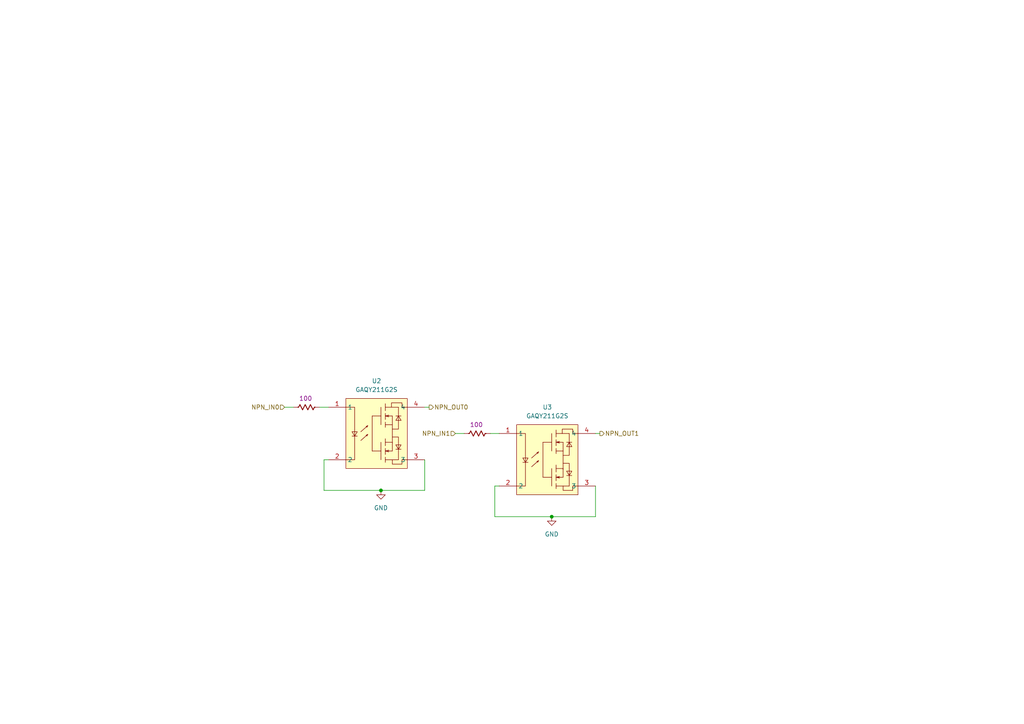
<source format=kicad_sch>
(kicad_sch
	(version 20250114)
	(generator "eeschema")
	(generator_version "9.0")
	(uuid "30eecbd0-b4fb-448c-8879-4d9aba1067a0")
	(paper "A4")
	(lib_symbols
		(symbol "EDA:GAQY211G2S"
			(exclude_from_sim no)
			(in_bom yes)
			(on_board yes)
			(property "Reference" "U"
				(at 0 12.7 0)
				(effects
					(font
						(size 1.27 1.27)
					)
				)
			)
			(property "Value" "GAQY211G2S"
				(at 0 -12.7 0)
				(effects
					(font
						(size 1.27 1.27)
					)
				)
			)
			(property "Footprint" "EasyEDA:SOP-4_L4.4-W4.3-P2.54-LS6.8-BL"
				(at 0 -15.24 0)
				(effects
					(font
						(size 1.27 1.27)
					)
					(hide yes)
				)
			)
			(property "Datasheet" ""
				(at 0 0 0)
				(effects
					(font
						(size 1.27 1.27)
					)
					(hide yes)
				)
			)
			(property "Description" ""
				(at 0 0 0)
				(effects
					(font
						(size 1.27 1.27)
					)
					(hide yes)
				)
			)
			(property "LCSC Part" "C7435104"
				(at 0 -17.78 0)
				(effects
					(font
						(size 1.27 1.27)
					)
					(hide yes)
				)
			)
			(symbol "GAQY211G2S_0_1"
				(rectangle
					(start -7.62 10.16)
					(end 10.16 -10.16)
					(stroke
						(width 0)
						(type default)
					)
					(fill
						(type background)
					)
				)
				(polyline
					(pts
						(xy -7.62 7.62) (xy -5.08 7.62) (xy -5.08 -7.62) (xy -7.62 -7.62)
					)
					(stroke
						(width 0)
						(type default)
					)
					(fill
						(type none)
					)
				)
				(polyline
					(pts
						(xy -5.84 0.51) (xy -4.32 0.51) (xy -5.08 -0.76) (xy -5.84 0.51)
					)
					(stroke
						(width 0)
						(type default)
					)
					(fill
						(type background)
					)
				)
				(polyline
					(pts
						(xy -5.84 -0.76) (xy -4.32 -0.76)
					)
					(stroke
						(width 0)
						(type default)
					)
					(fill
						(type none)
					)
				)
				(polyline
					(pts
						(xy -3.3 0.51) (xy -1.27 2.29) (xy -1.78 2.03)
					)
					(stroke
						(width 0)
						(type default)
					)
					(fill
						(type none)
					)
				)
				(polyline
					(pts
						(xy -3.3 -2.03) (xy -1.27 -0.25) (xy -1.78 -0.51)
					)
					(stroke
						(width 0)
						(type default)
					)
					(fill
						(type none)
					)
				)
				(polyline
					(pts
						(xy -1.27 2.29) (xy -1.52 1.78)
					)
					(stroke
						(width 0)
						(type default)
					)
					(fill
						(type none)
					)
				)
				(polyline
					(pts
						(xy -1.27 -0.25) (xy -1.52 -0.76)
					)
					(stroke
						(width 0)
						(type default)
					)
					(fill
						(type none)
					)
				)
				(polyline
					(pts
						(xy 0 5.08) (xy 0 -5.08)
					)
					(stroke
						(width 0)
						(type default)
					)
					(fill
						(type none)
					)
				)
				(polyline
					(pts
						(xy 2.54 7.62) (xy 2.54 2.54)
					)
					(stroke
						(width 0)
						(type default)
					)
					(fill
						(type none)
					)
				)
				(polyline
					(pts
						(xy 2.54 5.08) (xy 0 5.08)
					)
					(stroke
						(width 0)
						(type default)
					)
					(fill
						(type none)
					)
				)
				(polyline
					(pts
						(xy 2.54 -2.54) (xy 2.54 -7.62)
					)
					(stroke
						(width 0)
						(type default)
					)
					(fill
						(type none)
					)
				)
				(polyline
					(pts
						(xy 2.54 -5.08) (xy 0 -5.08)
					)
					(stroke
						(width 0)
						(type default)
					)
					(fill
						(type none)
					)
				)
				(polyline
					(pts
						(xy 3.81 8.64) (xy 3.81 6.6)
					)
					(stroke
						(width 0)
						(type default)
					)
					(fill
						(type none)
					)
				)
				(polyline
					(pts
						(xy 3.81 7.62) (xy 7.62 7.62)
					)
					(stroke
						(width 0)
						(type default)
					)
					(fill
						(type none)
					)
				)
				(polyline
					(pts
						(xy 3.81 5.84) (xy 3.81 4.06)
					)
					(stroke
						(width 0)
						(type default)
					)
					(fill
						(type none)
					)
				)
				(polyline
					(pts
						(xy 3.81 5.08) (xy 4.83 5.33)
					)
					(stroke
						(width 0)
						(type default)
					)
					(fill
						(type none)
					)
				)
				(polyline
					(pts
						(xy 3.81 3.3) (xy 3.81 1.78)
					)
					(stroke
						(width 0)
						(type default)
					)
					(fill
						(type none)
					)
				)
				(polyline
					(pts
						(xy 3.81 2.54) (xy 5.84 2.54)
					)
					(stroke
						(width 0)
						(type default)
					)
					(fill
						(type none)
					)
				)
				(polyline
					(pts
						(xy 3.81 -1.52) (xy 3.81 -3.56)
					)
					(stroke
						(width 0)
						(type default)
					)
					(fill
						(type none)
					)
				)
				(polyline
					(pts
						(xy 3.81 -2.54) (xy 5.84 -2.54)
					)
					(stroke
						(width 0)
						(type default)
					)
					(fill
						(type none)
					)
				)
				(polyline
					(pts
						(xy 3.81 -4.32) (xy 3.81 -6.1)
					)
					(stroke
						(width 0)
						(type default)
					)
					(fill
						(type none)
					)
				)
				(polyline
					(pts
						(xy 3.81 -5.08) (xy 4.83 -4.83)
					)
					(stroke
						(width 0)
						(type default)
					)
					(fill
						(type none)
					)
				)
				(polyline
					(pts
						(xy 3.81 -6.86) (xy 3.81 -8.38)
					)
					(stroke
						(width 0)
						(type default)
					)
					(fill
						(type none)
					)
				)
				(polyline
					(pts
						(xy 3.81 -7.62) (xy 7.62 -7.62)
					)
					(stroke
						(width 0)
						(type default)
					)
					(fill
						(type none)
					)
				)
				(polyline
					(pts
						(xy 5.59 7.62) (xy 5.59 8.89) (xy 8.64 8.89) (xy 8.64 7.62) (xy 10.16 7.62)
					)
					(stroke
						(width 0)
						(type default)
					)
					(fill
						(type none)
					)
				)
				(polyline
					(pts
						(xy 5.84 5.08) (xy 5.84 2.54)
					)
					(stroke
						(width 0)
						(type default)
					)
					(fill
						(type none)
					)
				)
				(polyline
					(pts
						(xy 5.84 5.08) (xy 3.81 5.08) (xy 4.83 4.83)
					)
					(stroke
						(width 0)
						(type default)
					)
					(fill
						(type none)
					)
				)
				(polyline
					(pts
						(xy 5.84 2.54) (xy 5.84 -2.79)
					)
					(stroke
						(width 0)
						(type default)
					)
					(fill
						(type none)
					)
				)
				(polyline
					(pts
						(xy 5.84 1.27) (xy 7.62 1.27) (xy 7.62 7.62)
					)
					(stroke
						(width 0)
						(type default)
					)
					(fill
						(type none)
					)
				)
				(polyline
					(pts
						(xy 5.84 -1.02) (xy 7.62 -1.02) (xy 7.62 -7.62)
					)
					(stroke
						(width 0)
						(type default)
					)
					(fill
						(type none)
					)
				)
				(polyline
					(pts
						(xy 5.84 -2.54) (xy 5.84 -5.08)
					)
					(stroke
						(width 0)
						(type default)
					)
					(fill
						(type none)
					)
				)
				(polyline
					(pts
						(xy 5.84 -5.08) (xy 3.81 -5.08) (xy 4.83 -5.33)
					)
					(stroke
						(width 0)
						(type default)
					)
					(fill
						(type none)
					)
				)
				(polyline
					(pts
						(xy 5.84 -7.62) (xy 5.84 -8.89) (xy 8.64 -8.89) (xy 8.64 -7.62) (xy 10.16 -7.62)
					)
					(stroke
						(width 0)
						(type default)
					)
					(fill
						(type none)
					)
				)
				(polyline
					(pts
						(xy 6.86 -3.3) (xy 8.38 -3.3) (xy 7.62 -4.57) (xy 6.86 -3.3)
					)
					(stroke
						(width 0)
						(type default)
					)
					(fill
						(type background)
					)
				)
				(polyline
					(pts
						(xy 6.86 -4.57) (xy 8.38 -4.57)
					)
					(stroke
						(width 0)
						(type default)
					)
					(fill
						(type none)
					)
				)
				(polyline
					(pts
						(xy 8.38 5.08) (xy 6.86 5.08)
					)
					(stroke
						(width 0)
						(type default)
					)
					(fill
						(type none)
					)
				)
				(polyline
					(pts
						(xy 8.38 3.81) (xy 6.86 3.81) (xy 7.62 5.08) (xy 8.38 3.81)
					)
					(stroke
						(width 0)
						(type default)
					)
					(fill
						(type background)
					)
				)
				(pin unspecified line
					(at -12.7 7.62 0)
					(length 5.08)
					(name "1"
						(effects
							(font
								(size 1.27 1.27)
							)
						)
					)
					(number "1"
						(effects
							(font
								(size 1.27 1.27)
							)
						)
					)
				)
				(pin unspecified line
					(at -12.7 -7.62 0)
					(length 5.08)
					(name "2"
						(effects
							(font
								(size 1.27 1.27)
							)
						)
					)
					(number "2"
						(effects
							(font
								(size 1.27 1.27)
							)
						)
					)
				)
				(pin unspecified line
					(at 15.24 7.62 180)
					(length 5.08)
					(name "4"
						(effects
							(font
								(size 1.27 1.27)
							)
						)
					)
					(number "4"
						(effects
							(font
								(size 1.27 1.27)
							)
						)
					)
				)
				(pin unspecified line
					(at 15.24 -7.62 180)
					(length 5.08)
					(name "3"
						(effects
							(font
								(size 1.27 1.27)
							)
						)
					)
					(number "3"
						(effects
							(font
								(size 1.27 1.27)
							)
						)
					)
				)
			)
			(embedded_fonts no)
		)
		(symbol "PCM_Resistor_US_AKL:R_0603"
			(pin_numbers
				(hide yes)
			)
			(pin_names
				(offset 0)
			)
			(exclude_from_sim no)
			(in_bom yes)
			(on_board yes)
			(property "Reference" "R"
				(at 2.54 1.27 0)
				(effects
					(font
						(size 1.27 1.27)
					)
					(justify left)
				)
			)
			(property "Value" "R_0603"
				(at 2.54 -1.27 0)
				(effects
					(font
						(size 1.27 1.27)
					)
					(justify left)
				)
			)
			(property "Footprint" "PCM_Resistor_SMD_AKL:R_0603_1608Metric"
				(at 0 -11.43 0)
				(effects
					(font
						(size 1.27 1.27)
					)
					(hide yes)
				)
			)
			(property "Datasheet" "~"
				(at 0 0 0)
				(effects
					(font
						(size 1.27 1.27)
					)
					(hide yes)
				)
			)
			(property "Description" "SMD 0603 Chip Resistor, US Symbol, Alternate KiCad Library"
				(at 0 0 0)
				(effects
					(font
						(size 1.27 1.27)
					)
					(hide yes)
				)
			)
			(property "ki_keywords" "R res resistor us SMD 0603"
				(at 0 0 0)
				(effects
					(font
						(size 1.27 1.27)
					)
					(hide yes)
				)
			)
			(property "ki_fp_filters" "R_*"
				(at 0 0 0)
				(effects
					(font
						(size 1.27 1.27)
					)
					(hide yes)
				)
			)
			(symbol "R_0603_0_1"
				(polyline
					(pts
						(xy 0 2.286) (xy 0 2.54)
					)
					(stroke
						(width 0.254)
						(type default)
					)
					(fill
						(type none)
					)
				)
				(polyline
					(pts
						(xy 0 2.286) (xy 0.762 1.905) (xy -0.762 1.143) (xy 0 0.762) (xy 0.762 0.381) (xy 0 0) (xy -0.762 -0.381)
						(xy 0 -0.762) (xy 0.762 -1.143) (xy 0 -1.524) (xy -0.762 -1.905) (xy 0 -2.286)
					)
					(stroke
						(width 0.254)
						(type default)
					)
					(fill
						(type none)
					)
				)
				(polyline
					(pts
						(xy 0 -2.286) (xy 0 -2.54)
					)
					(stroke
						(width 0.254)
						(type default)
					)
					(fill
						(type none)
					)
				)
			)
			(symbol "R_0603_0_2"
				(polyline
					(pts
						(xy -2.54 -2.54) (xy -1.778 -1.778)
					)
					(stroke
						(width 0)
						(type default)
					)
					(fill
						(type none)
					)
				)
				(polyline
					(pts
						(xy -1.778 -1.778) (xy -1.524 -1.524)
					)
					(stroke
						(width 0.254)
						(type default)
					)
					(fill
						(type none)
					)
				)
				(polyline
					(pts
						(xy -1.524 -1.524) (xy -1.778 -0.762) (xy -1.016 -1.016)
					)
					(stroke
						(width 0.254)
						(type default)
					)
					(fill
						(type none)
					)
				)
				(polyline
					(pts
						(xy -0.508 -0.508) (xy -0.762 0.254) (xy 0 0)
					)
					(stroke
						(width 0.254)
						(type default)
					)
					(fill
						(type none)
					)
				)
				(polyline
					(pts
						(xy -0.508 -0.508) (xy -0.254 -1.27) (xy -1.016 -1.016)
					)
					(stroke
						(width 0.254)
						(type default)
					)
					(fill
						(type none)
					)
				)
				(polyline
					(pts
						(xy 0.508 0.508) (xy 0.254 1.27) (xy 1.016 1.016)
					)
					(stroke
						(width 0.254)
						(type default)
					)
					(fill
						(type none)
					)
				)
				(polyline
					(pts
						(xy 0.508 0.508) (xy 0.762 -0.254) (xy 0 0)
					)
					(stroke
						(width 0.254)
						(type default)
					)
					(fill
						(type none)
					)
				)
				(polyline
					(pts
						(xy 1.524 1.524) (xy 1.778 0.762) (xy 1.016 1.016)
					)
					(stroke
						(width 0.254)
						(type default)
					)
					(fill
						(type none)
					)
				)
				(polyline
					(pts
						(xy 1.778 1.778) (xy 1.524 1.524)
					)
					(stroke
						(width 0.254)
						(type default)
					)
					(fill
						(type none)
					)
				)
				(polyline
					(pts
						(xy 1.778 1.778) (xy 2.54 2.54)
					)
					(stroke
						(width 0)
						(type default)
					)
					(fill
						(type none)
					)
				)
			)
			(symbol "R_0603_1_1"
				(pin passive line
					(at 0 3.81 270)
					(length 1.27)
					(name "~"
						(effects
							(font
								(size 1.27 1.27)
							)
						)
					)
					(number "1"
						(effects
							(font
								(size 1.27 1.27)
							)
						)
					)
				)
				(pin passive line
					(at 0 -3.81 90)
					(length 1.27)
					(name "~"
						(effects
							(font
								(size 1.27 1.27)
							)
						)
					)
					(number "2"
						(effects
							(font
								(size 1.27 1.27)
							)
						)
					)
				)
			)
			(symbol "R_0603_1_2"
				(pin passive line
					(at -2.54 -2.54 0)
					(length 0)
					(name ""
						(effects
							(font
								(size 1.27 1.27)
							)
						)
					)
					(number "2"
						(effects
							(font
								(size 1.27 1.27)
							)
						)
					)
				)
				(pin passive line
					(at 2.54 2.54 180)
					(length 0)
					(name ""
						(effects
							(font
								(size 1.27 1.27)
							)
						)
					)
					(number "1"
						(effects
							(font
								(size 1.27 1.27)
							)
						)
					)
				)
			)
			(embedded_fonts no)
		)
		(symbol "power:GND"
			(power)
			(pin_numbers
				(hide yes)
			)
			(pin_names
				(offset 0)
				(hide yes)
			)
			(exclude_from_sim no)
			(in_bom yes)
			(on_board yes)
			(property "Reference" "#PWR"
				(at 0 -6.35 0)
				(effects
					(font
						(size 1.27 1.27)
					)
					(hide yes)
				)
			)
			(property "Value" "GND"
				(at 0 -3.81 0)
				(effects
					(font
						(size 1.27 1.27)
					)
				)
			)
			(property "Footprint" ""
				(at 0 0 0)
				(effects
					(font
						(size 1.27 1.27)
					)
					(hide yes)
				)
			)
			(property "Datasheet" ""
				(at 0 0 0)
				(effects
					(font
						(size 1.27 1.27)
					)
					(hide yes)
				)
			)
			(property "Description" "Power symbol creates a global label with name \"GND\" , ground"
				(at 0 0 0)
				(effects
					(font
						(size 1.27 1.27)
					)
					(hide yes)
				)
			)
			(property "ki_keywords" "global power"
				(at 0 0 0)
				(effects
					(font
						(size 1.27 1.27)
					)
					(hide yes)
				)
			)
			(symbol "GND_0_1"
				(polyline
					(pts
						(xy 0 0) (xy 0 -1.27) (xy 1.27 -1.27) (xy 0 -2.54) (xy -1.27 -1.27) (xy 0 -1.27)
					)
					(stroke
						(width 0)
						(type default)
					)
					(fill
						(type none)
					)
				)
			)
			(symbol "GND_1_1"
				(pin power_in line
					(at 0 0 270)
					(length 0)
					(name "~"
						(effects
							(font
								(size 1.27 1.27)
							)
						)
					)
					(number "1"
						(effects
							(font
								(size 1.27 1.27)
							)
						)
					)
				)
			)
			(embedded_fonts no)
		)
	)
	(junction
		(at 110.49 142.24)
		(diameter 0)
		(color 0 0 0 0)
		(uuid "43c7372a-4d40-4994-a917-7a9f5982d51f")
	)
	(junction
		(at 160.02 149.86)
		(diameter 0)
		(color 0 0 0 0)
		(uuid "8b2bbc92-a2c0-41af-8795-371dc15c4dd0")
	)
	(wire
		(pts
			(xy 93.98 133.35) (xy 95.25 133.35)
		)
		(stroke
			(width 0)
			(type default)
		)
		(uuid "03b5d2fc-f35c-4d27-b1cf-2f9fbdb28209")
	)
	(wire
		(pts
			(xy 93.98 142.24) (xy 110.49 142.24)
		)
		(stroke
			(width 0)
			(type default)
		)
		(uuid "07518ce9-d6cb-4bcb-889a-6a4f21472361")
	)
	(wire
		(pts
			(xy 143.51 140.97) (xy 143.51 149.86)
		)
		(stroke
			(width 0)
			(type default)
		)
		(uuid "17ce13f5-61dd-43cf-8db9-f89ef79950a3")
	)
	(wire
		(pts
			(xy 142.24 125.73) (xy 144.78 125.73)
		)
		(stroke
			(width 0)
			(type default)
		)
		(uuid "3644b2d6-ff45-468a-8857-0178691758d6")
	)
	(wire
		(pts
			(xy 92.71 118.11) (xy 95.25 118.11)
		)
		(stroke
			(width 0)
			(type default)
		)
		(uuid "44fd98d8-fade-420d-b43b-0c0f826f28c1")
	)
	(wire
		(pts
			(xy 172.72 125.73) (xy 173.99 125.73)
		)
		(stroke
			(width 0)
			(type default)
		)
		(uuid "4c4fe002-f46f-42fa-81fa-9f6771be794c")
	)
	(wire
		(pts
			(xy 82.55 118.11) (xy 85.09 118.11)
		)
		(stroke
			(width 0)
			(type default)
		)
		(uuid "4e4d412e-1f3c-4eaf-9f0a-a5b0defd173a")
	)
	(wire
		(pts
			(xy 123.19 133.35) (xy 123.19 142.24)
		)
		(stroke
			(width 0)
			(type default)
		)
		(uuid "6ab0dd0c-0baf-4686-b464-4549e309f542")
	)
	(wire
		(pts
			(xy 143.51 140.97) (xy 144.78 140.97)
		)
		(stroke
			(width 0)
			(type default)
		)
		(uuid "93eaa031-2fb2-4e09-9f3c-1026252260f7")
	)
	(wire
		(pts
			(xy 123.19 118.11) (xy 124.46 118.11)
		)
		(stroke
			(width 0)
			(type default)
		)
		(uuid "9f59b43e-857c-4fd8-b0bc-8ba109ca76df")
	)
	(wire
		(pts
			(xy 172.72 140.97) (xy 172.72 149.86)
		)
		(stroke
			(width 0)
			(type default)
		)
		(uuid "abc16152-6f3a-4fed-99a5-ece94a466b5f")
	)
	(wire
		(pts
			(xy 143.51 149.86) (xy 160.02 149.86)
		)
		(stroke
			(width 0)
			(type default)
		)
		(uuid "bbf1fa13-bc78-4030-abc8-150cdde1e5df")
	)
	(wire
		(pts
			(xy 172.72 149.86) (xy 160.02 149.86)
		)
		(stroke
			(width 0)
			(type default)
		)
		(uuid "c57f138c-1fcf-44ab-9743-4205efefc385")
	)
	(wire
		(pts
			(xy 93.98 133.35) (xy 93.98 142.24)
		)
		(stroke
			(width 0)
			(type default)
		)
		(uuid "ced71523-a739-48b2-b0b5-27bc297e2684")
	)
	(wire
		(pts
			(xy 132.08 125.73) (xy 134.62 125.73)
		)
		(stroke
			(width 0)
			(type default)
		)
		(uuid "e5a1380f-6369-4a0e-84e3-193d0581a72f")
	)
	(wire
		(pts
			(xy 123.19 142.24) (xy 110.49 142.24)
		)
		(stroke
			(width 0)
			(type default)
		)
		(uuid "fbd10317-1333-4054-96a9-336d498fb937")
	)
	(hierarchical_label "NPN_OUT0"
		(shape output)
		(at 124.46 118.11 0)
		(effects
			(font
				(size 1.27 1.27)
			)
			(justify left)
		)
		(uuid "431e96bb-3a02-4d1b-a71f-7363fbab58d4")
	)
	(hierarchical_label "NPN_IN1"
		(shape input)
		(at 132.08 125.73 180)
		(effects
			(font
				(size 1.27 1.27)
			)
			(justify right)
		)
		(uuid "4e0543f2-09e0-492b-acf3-4f0b82dca83d")
	)
	(hierarchical_label "NPN_IN0"
		(shape input)
		(at 82.55 118.11 180)
		(effects
			(font
				(size 1.27 1.27)
			)
			(justify right)
		)
		(uuid "8bf4ab6c-bbf0-4f22-887e-ebe352811241")
	)
	(hierarchical_label "NPN_OUT1"
		(shape output)
		(at 173.99 125.73 0)
		(effects
			(font
				(size 1.27 1.27)
			)
			(justify left)
		)
		(uuid "973a48db-1c91-4e2f-837c-c4ab88f8b2f4")
	)
	(symbol
		(lib_id "EDA:GAQY211G2S")
		(at 107.95 125.73 0)
		(unit 1)
		(exclude_from_sim no)
		(in_bom yes)
		(on_board yes)
		(dnp no)
		(fields_autoplaced yes)
		(uuid "6499d380-42db-486a-8adb-458e1c3d26d7")
		(property "Reference" "U2"
			(at 109.22 110.49 0)
			(effects
				(font
					(size 1.27 1.27)
				)
			)
		)
		(property "Value" "GAQY211G2S"
			(at 109.22 113.03 0)
			(effects
				(font
					(size 1.27 1.27)
				)
			)
		)
		(property "Footprint" "EastEDA:GAQY211G2s"
			(at 107.95 140.97 0)
			(effects
				(font
					(size 1.27 1.27)
				)
				(hide yes)
			)
		)
		(property "Datasheet" ""
			(at 107.95 125.73 0)
			(effects
				(font
					(size 1.27 1.27)
				)
				(hide yes)
			)
		)
		(property "Description" ""
			(at 107.95 125.73 0)
			(effects
				(font
					(size 1.27 1.27)
				)
				(hide yes)
			)
		)
		(property "LCSC Part" "C7435104"
			(at 107.95 143.51 0)
			(effects
				(font
					(size 1.27 1.27)
				)
				(hide yes)
			)
		)
		(pin "1"
			(uuid "e09267f3-7e24-40e6-a350-eb45be350bcf")
		)
		(pin "2"
			(uuid "5a60e576-5eca-473e-a07c-0f06aae3dc05")
		)
		(pin "3"
			(uuid "f0e693e4-1969-4c7c-a553-2c32f7c2a078")
		)
		(pin "4"
			(uuid "c1f9b7f6-e13f-4f8c-b67d-9222461eeb3b")
		)
		(instances
			(project "Nivara Controls"
				(path "/42622735-4343-4315-af64-a45701a752b6/711b914f-41ac-411e-bef3-8ade05c9a19b/521bc3d4-5798-4752-87bd-4f3d242ddc84"
					(reference "U2")
					(unit 1)
				)
			)
		)
	)
	(symbol
		(lib_id "EDA:GAQY211G2S")
		(at 157.48 133.35 0)
		(unit 1)
		(exclude_from_sim no)
		(in_bom yes)
		(on_board yes)
		(dnp no)
		(fields_autoplaced yes)
		(uuid "7401623a-6695-4970-a739-65fbf850f864")
		(property "Reference" "U3"
			(at 158.75 118.11 0)
			(effects
				(font
					(size 1.27 1.27)
				)
			)
		)
		(property "Value" "GAQY211G2S"
			(at 158.75 120.65 0)
			(effects
				(font
					(size 1.27 1.27)
				)
			)
		)
		(property "Footprint" "EastEDA:GAQY211G2s"
			(at 157.48 148.59 0)
			(effects
				(font
					(size 1.27 1.27)
				)
				(hide yes)
			)
		)
		(property "Datasheet" ""
			(at 157.48 133.35 0)
			(effects
				(font
					(size 1.27 1.27)
				)
				(hide yes)
			)
		)
		(property "Description" ""
			(at 157.48 133.35 0)
			(effects
				(font
					(size 1.27 1.27)
				)
				(hide yes)
			)
		)
		(property "LCSC Part" "C7435104"
			(at 157.48 151.13 0)
			(effects
				(font
					(size 1.27 1.27)
				)
				(hide yes)
			)
		)
		(pin "1"
			(uuid "e1a24b90-7665-4370-bc3a-68c7031cedd8")
		)
		(pin "2"
			(uuid "7be05a77-085b-43fb-820a-a96d1225c73c")
		)
		(pin "3"
			(uuid "7648d0b2-e70b-4a5f-ac51-b79312a2f8dd")
		)
		(pin "4"
			(uuid "59659150-9ba6-4cf2-8a08-5a1b9814ada5")
		)
		(instances
			(project "Nivara Controls"
				(path "/42622735-4343-4315-af64-a45701a752b6/711b914f-41ac-411e-bef3-8ade05c9a19b/521bc3d4-5798-4752-87bd-4f3d242ddc84"
					(reference "U3")
					(unit 1)
				)
			)
		)
	)
	(symbol
		(lib_id "PCM_Resistor_US_AKL:R_0603")
		(at 138.43 125.73 90)
		(unit 1)
		(exclude_from_sim no)
		(in_bom yes)
		(on_board yes)
		(dnp no)
		(uuid "82e16145-bf6b-4e4e-bb53-19405802f43c")
		(property "Reference" "R11"
			(at 140.208 121.158 90)
			(effects
				(font
					(size 1.27 1.27)
				)
				(justify left)
				(hide yes)
			)
		)
		(property "Value" "R_0603"
			(at 138.684 121.666 90)
			(effects
				(font
					(size 1.27 1.27)
				)
				(justify left)
				(hide yes)
			)
		)
		(property "Footprint" "PCM_Resistor_SMD_AKL:R_0603_1608Metric"
			(at 149.86 125.73 0)
			(effects
				(font
					(size 1.27 1.27)
				)
				(hide yes)
			)
		)
		(property "Datasheet" "~"
			(at 138.43 125.73 0)
			(effects
				(font
					(size 1.27 1.27)
				)
				(hide yes)
			)
		)
		(property "Description" "SMD 0603 Chip Resistor, US Symbol, Alternate KiCad Library"
			(at 138.43 125.73 0)
			(effects
				(font
					(size 1.27 1.27)
				)
				(hide yes)
			)
		)
		(property "Part Number" ""
			(at 138.43 125.73 0)
			(effects
				(font
					(size 1.27 1.27)
				)
				(hide yes)
			)
		)
		(property "Capacidad" "100"
			(at 138.176 123.19 90)
			(effects
				(font
					(size 1.27 1.27)
				)
			)
		)
		(pin "1"
			(uuid "400a2d55-e11a-49ec-b455-1504412668d6")
		)
		(pin "2"
			(uuid "ca842a81-46b7-4791-a3f7-cdc0b862bcf4")
		)
		(instances
			(project "Nivara Controls"
				(path "/42622735-4343-4315-af64-a45701a752b6/711b914f-41ac-411e-bef3-8ade05c9a19b/521bc3d4-5798-4752-87bd-4f3d242ddc84"
					(reference "R11")
					(unit 1)
				)
			)
		)
	)
	(symbol
		(lib_id "power:GND")
		(at 160.02 149.86 0)
		(unit 1)
		(exclude_from_sim no)
		(in_bom yes)
		(on_board yes)
		(dnp no)
		(fields_autoplaced yes)
		(uuid "bc3c4543-b1d9-41c4-88df-0d94fa121db5")
		(property "Reference" "#PWR024"
			(at 160.02 156.21 0)
			(effects
				(font
					(size 1.27 1.27)
				)
				(hide yes)
			)
		)
		(property "Value" "GND"
			(at 160.02 154.94 0)
			(effects
				(font
					(size 1.27 1.27)
				)
			)
		)
		(property "Footprint" ""
			(at 160.02 149.86 0)
			(effects
				(font
					(size 1.27 1.27)
				)
				(hide yes)
			)
		)
		(property "Datasheet" ""
			(at 160.02 149.86 0)
			(effects
				(font
					(size 1.27 1.27)
				)
				(hide yes)
			)
		)
		(property "Description" "Power symbol creates a global label with name \"GND\" , ground"
			(at 160.02 149.86 0)
			(effects
				(font
					(size 1.27 1.27)
				)
				(hide yes)
			)
		)
		(pin "1"
			(uuid "94fce9bf-3ee2-4d28-89ad-02656f9d7e31")
		)
		(instances
			(project "Nivara Controls"
				(path "/42622735-4343-4315-af64-a45701a752b6/711b914f-41ac-411e-bef3-8ade05c9a19b/521bc3d4-5798-4752-87bd-4f3d242ddc84"
					(reference "#PWR024")
					(unit 1)
				)
			)
		)
	)
	(symbol
		(lib_id "PCM_Resistor_US_AKL:R_0603")
		(at 88.9 118.11 90)
		(unit 1)
		(exclude_from_sim no)
		(in_bom yes)
		(on_board yes)
		(dnp no)
		(uuid "bf4df8a2-dbba-49a0-a693-65b099af443b")
		(property "Reference" "R10"
			(at 90.678 113.538 90)
			(effects
				(font
					(size 1.27 1.27)
				)
				(justify left)
				(hide yes)
			)
		)
		(property "Value" "R_0603"
			(at 89.154 114.046 90)
			(effects
				(font
					(size 1.27 1.27)
				)
				(justify left)
				(hide yes)
			)
		)
		(property "Footprint" "PCM_Resistor_SMD_AKL:R_0603_1608Metric"
			(at 100.33 118.11 0)
			(effects
				(font
					(size 1.27 1.27)
				)
				(hide yes)
			)
		)
		(property "Datasheet" "~"
			(at 88.9 118.11 0)
			(effects
				(font
					(size 1.27 1.27)
				)
				(hide yes)
			)
		)
		(property "Description" "SMD 0603 Chip Resistor, US Symbol, Alternate KiCad Library"
			(at 88.9 118.11 0)
			(effects
				(font
					(size 1.27 1.27)
				)
				(hide yes)
			)
		)
		(property "Part Number" ""
			(at 88.9 118.11 0)
			(effects
				(font
					(size 1.27 1.27)
				)
				(hide yes)
			)
		)
		(property "Capacidad" "100"
			(at 88.646 115.57 90)
			(effects
				(font
					(size 1.27 1.27)
				)
			)
		)
		(pin "1"
			(uuid "01a10db8-1438-4c38-a205-91b2724e22bd")
		)
		(pin "2"
			(uuid "22f396bb-4c7a-4cd8-a753-f363074ec282")
		)
		(instances
			(project "Nivara Controls"
				(path "/42622735-4343-4315-af64-a45701a752b6/711b914f-41ac-411e-bef3-8ade05c9a19b/521bc3d4-5798-4752-87bd-4f3d242ddc84"
					(reference "R10")
					(unit 1)
				)
			)
		)
	)
	(symbol
		(lib_id "power:GND")
		(at 110.49 142.24 0)
		(unit 1)
		(exclude_from_sim no)
		(in_bom yes)
		(on_board yes)
		(dnp no)
		(fields_autoplaced yes)
		(uuid "d7cf6d2b-d20c-4e98-834e-2ff80aab4f25")
		(property "Reference" "#PWR023"
			(at 110.49 148.59 0)
			(effects
				(font
					(size 1.27 1.27)
				)
				(hide yes)
			)
		)
		(property "Value" "GND"
			(at 110.49 147.32 0)
			(effects
				(font
					(size 1.27 1.27)
				)
			)
		)
		(property "Footprint" ""
			(at 110.49 142.24 0)
			(effects
				(font
					(size 1.27 1.27)
				)
				(hide yes)
			)
		)
		(property "Datasheet" ""
			(at 110.49 142.24 0)
			(effects
				(font
					(size 1.27 1.27)
				)
				(hide yes)
			)
		)
		(property "Description" "Power symbol creates a global label with name \"GND\" , ground"
			(at 110.49 142.24 0)
			(effects
				(font
					(size 1.27 1.27)
				)
				(hide yes)
			)
		)
		(pin "1"
			(uuid "a7ee2b41-06f5-434c-9ee1-2c6bc08b64a8")
		)
		(instances
			(project ""
				(path "/42622735-4343-4315-af64-a45701a752b6/711b914f-41ac-411e-bef3-8ade05c9a19b/521bc3d4-5798-4752-87bd-4f3d242ddc84"
					(reference "#PWR023")
					(unit 1)
				)
			)
		)
	)
)

</source>
